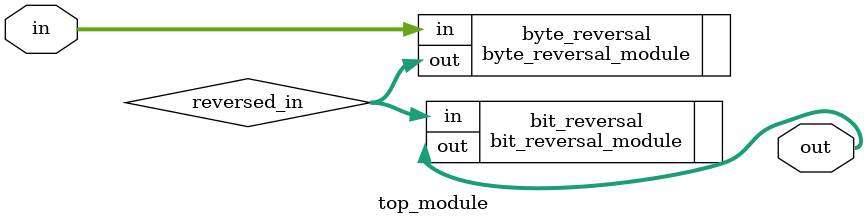
<source format=sv>
module top_module (
	input [31:0] in,
	output [31:0] out
);

	// Internal wire declarations
	wire [31:0] reversed_in;

	// instantiate the byte reversal circuit
	byte_reversal_module byte_reversal(
		.in(in),
		.out(reversed_in)
	);

	// instantiate the 32-bit reversal circuit
	bit_reversal_module bit_reversal(
		.in(reversed_in),
		.out(out)
	);

endmodule

</source>
